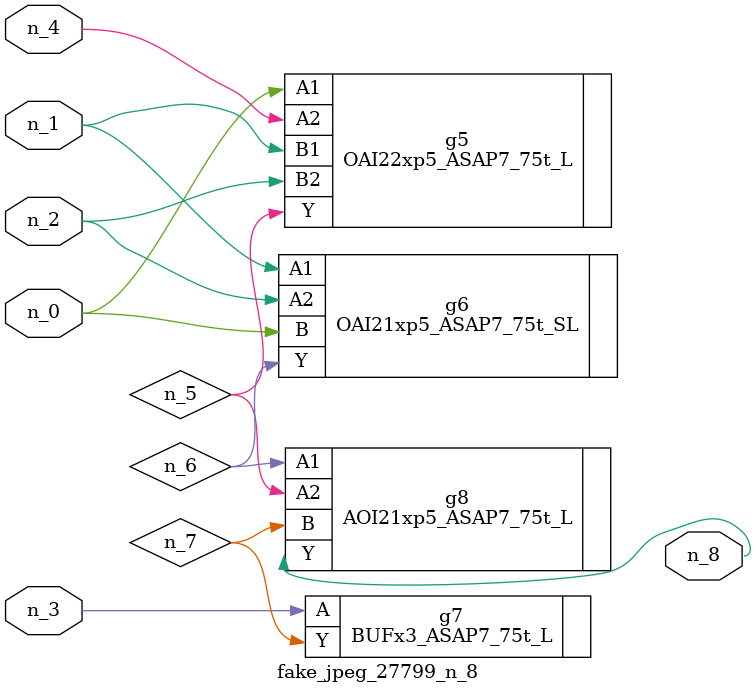
<source format=v>
module fake_jpeg_27799_n_8 (n_3, n_2, n_1, n_0, n_4, n_8);

input n_3;
input n_2;
input n_1;
input n_0;
input n_4;

output n_8;

wire n_6;
wire n_5;
wire n_7;

OAI22xp5_ASAP7_75t_L g5 ( 
.A1(n_0),
.A2(n_4),
.B1(n_1),
.B2(n_2),
.Y(n_5)
);

OAI21xp5_ASAP7_75t_SL g6 ( 
.A1(n_1),
.A2(n_2),
.B(n_0),
.Y(n_6)
);

BUFx3_ASAP7_75t_L g7 ( 
.A(n_3),
.Y(n_7)
);

AOI21xp5_ASAP7_75t_L g8 ( 
.A1(n_6),
.A2(n_5),
.B(n_7),
.Y(n_8)
);


endmodule
</source>
